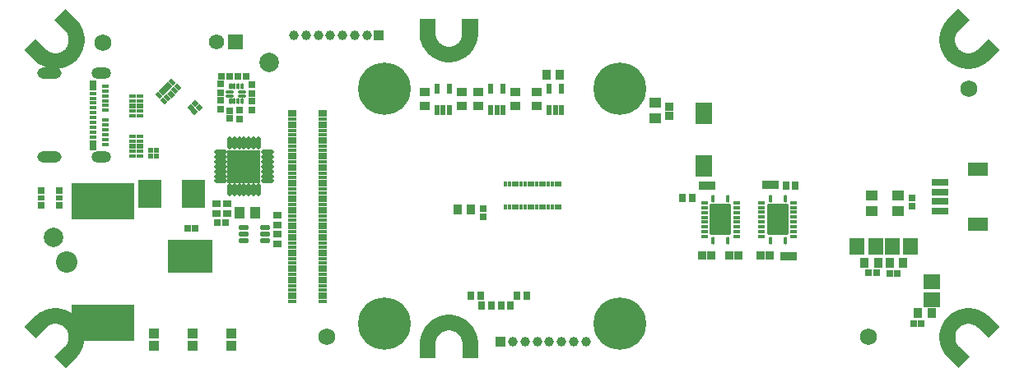
<source format=gbs>
G04*
G04 #@! TF.GenerationSoftware,Altium Limited,Altium Designer,20.0.13 (296)*
G04*
G04 Layer_Color=16711935*
%FSLAX44Y44*%
%MOMM*%
G71*
G01*
G75*
%ADD51R,1.1032X1.2032*%
%ADD52R,0.7532X0.6532*%
%ADD53R,0.6532X0.7532*%
%ADD55R,0.7232X0.7232*%
%ADD58R,0.8532X0.7532*%
%ADD59R,1.2032X1.1032*%
%ADD60R,0.8232X0.8232*%
%ADD62R,0.7532X0.8532*%
%ADD63R,0.8232X0.8232*%
%ADD73R,0.9032X1.1032*%
%ADD74R,0.7232X0.7232*%
%ADD75R,1.1032X0.9032*%
%ADD79C,2.0000*%
%ADD80R,1.5032X1.7032*%
%ADD81R,1.7032X1.5032*%
%ADD88C,2.2032*%
%ADD90C,1.7272*%
%ADD91O,2.0000X1.2000*%
%ADD92O,2.5000X1.2000*%
%ADD93C,1.0032*%
%ADD94R,1.0032X1.0032*%
%ADD95R,1.5712X1.5712*%
%ADD96C,1.5712*%
%ADD97C,0.7112*%
%ADD157R,6.4032X3.7032*%
%ADD158R,4.6032X3.5032*%
%ADD159R,0.5632X0.5232*%
%ADD160R,0.5232X0.5632*%
G04:AMPARAMS|DCode=161|XSize=0.5232mm|YSize=0.5632mm|CornerRadius=0mm|HoleSize=0mm|Usage=FLASHONLY|Rotation=225.000|XOffset=0mm|YOffset=0mm|HoleType=Round|Shape=Rectangle|*
%AMROTATEDRECTD161*
4,1,4,-0.0141,0.3841,0.3841,-0.0141,0.0141,-0.3841,-0.3841,0.0141,-0.0141,0.3841,0.0*
%
%ADD161ROTATEDRECTD161*%

%ADD162R,0.5000X1.0000*%
%ADD163R,0.9032X0.3832*%
%ADD164R,0.7520X0.7520*%
%ADD165R,0.7520X0.5520*%
%ADD166O,1.3532X0.5032*%
%ADD167O,0.5032X1.3532*%
%ADD168R,3.3532X3.3532*%
G04:AMPARAMS|DCode=169|XSize=0.38mm|YSize=0.74mm|CornerRadius=0.13mm|HoleSize=0mm|Usage=FLASHONLY|Rotation=270.000|XOffset=0mm|YOffset=0mm|HoleType=Round|Shape=RoundedRectangle|*
%AMROUNDEDRECTD169*
21,1,0.3800,0.4800,0,0,270.0*
21,1,0.1200,0.7400,0,0,270.0*
1,1,0.2600,-0.2400,-0.0600*
1,1,0.2600,-0.2400,0.0600*
1,1,0.2600,0.2400,0.0600*
1,1,0.2600,0.2400,-0.0600*
%
%ADD169ROUNDEDRECTD169*%
G04:AMPARAMS|DCode=170|XSize=0.39mm|YSize=0.79mm|CornerRadius=0.1325mm|HoleSize=0mm|Usage=FLASHONLY|Rotation=180.000|XOffset=0mm|YOffset=0mm|HoleType=Round|Shape=RoundedRectangle|*
%AMROUNDEDRECTD170*
21,1,0.3900,0.5250,0,0,180.0*
21,1,0.1250,0.7900,0,0,180.0*
1,1,0.2650,-0.0625,0.2625*
1,1,0.2650,0.0625,0.2625*
1,1,0.2650,0.0625,-0.2625*
1,1,0.2650,-0.0625,-0.2625*
%
%ADD170ROUNDEDRECTD170*%
G04:AMPARAMS|DCode=171|XSize=2.19mm|YSize=3.19mm|CornerRadius=0.1213mm|HoleSize=0mm|Usage=FLASHONLY|Rotation=0.000|XOffset=0mm|YOffset=0mm|HoleType=Round|Shape=RoundedRectangle|*
%AMROUNDEDRECTD171*
21,1,2.1900,2.9475,0,0,0.0*
21,1,1.9475,3.1900,0,0,0.0*
1,1,0.2425,0.9738,-1.4738*
1,1,0.2425,-0.9738,-1.4738*
1,1,0.2425,-0.9738,1.4738*
1,1,0.2425,0.9738,1.4738*
%
%ADD171ROUNDEDRECTD171*%
%ADD172R,0.6500X0.4000*%
%ADD173R,0.6500X0.5000*%
%ADD174R,1.7532X0.8032*%
%ADD175R,2.0032X1.4032*%
G04:AMPARAMS|DCode=176|XSize=0.552mm|YSize=1.052mm|CornerRadius=0.176mm|HoleSize=0mm|Usage=FLASHONLY|Rotation=270.000|XOffset=0mm|YOffset=0mm|HoleType=Round|Shape=RoundedRectangle|*
%AMROUNDEDRECTD176*
21,1,0.5520,0.7000,0,0,270.0*
21,1,0.2000,1.0520,0,0,270.0*
1,1,0.3520,-0.3500,-0.1000*
1,1,0.3520,-0.3500,0.1000*
1,1,0.3520,0.3500,0.1000*
1,1,0.3520,0.3500,-0.1000*
%
%ADD176ROUNDEDRECTD176*%
%ADD177R,2.3622X2.9462*%
%ADD178R,0.8000X1.1000*%
%ADD179R,0.8000X0.4000*%
%ADD180R,1.7032X2.2032*%
G04:AMPARAMS|DCode=181|XSize=0.4mm|YSize=0.65mm|CornerRadius=0mm|HoleSize=0mm|Usage=FLASHONLY|Rotation=45.000|XOffset=0mm|YOffset=0mm|HoleType=Round|Shape=Rectangle|*
%AMROTATEDRECTD181*
4,1,4,0.0884,-0.3712,-0.3712,0.0884,-0.0884,0.3712,0.3712,-0.0884,0.0884,-0.3712,0.0*
%
%ADD181ROTATEDRECTD181*%

G04:AMPARAMS|DCode=182|XSize=0.5mm|YSize=0.65mm|CornerRadius=0mm|HoleSize=0mm|Usage=FLASHONLY|Rotation=45.000|XOffset=0mm|YOffset=0mm|HoleType=Round|Shape=Rectangle|*
%AMROTATEDRECTD182*
4,1,4,0.0530,-0.4066,-0.4066,0.0530,-0.0530,0.4066,0.4066,-0.0530,0.0530,-0.4066,0.0*
%
%ADD182ROTATEDRECTD182*%

G04:AMPARAMS|DCode=183|XSize=0.3mm|YSize=0.8mm|CornerRadius=0.1mm|HoleSize=0mm|Usage=FLASHONLY|Rotation=270.000|XOffset=0mm|YOffset=0mm|HoleType=Round|Shape=RoundedRectangle|*
%AMROUNDEDRECTD183*
21,1,0.3000,0.6000,0,0,270.0*
21,1,0.1000,0.8000,0,0,270.0*
1,1,0.2000,-0.3000,-0.0500*
1,1,0.2000,-0.3000,0.0500*
1,1,0.2000,0.3000,0.0500*
1,1,0.2000,0.3000,-0.0500*
%
%ADD183ROUNDEDRECTD183*%
G04:AMPARAMS|DCode=184|XSize=0.3mm|YSize=0.6mm|CornerRadius=0.1mm|HoleSize=0mm|Usage=FLASHONLY|Rotation=180.000|XOffset=0mm|YOffset=0mm|HoleType=Round|Shape=RoundedRectangle|*
%AMROUNDEDRECTD184*
21,1,0.3000,0.4000,0,0,180.0*
21,1,0.1000,0.6000,0,0,180.0*
1,1,0.2000,-0.0500,0.2000*
1,1,0.2000,0.0500,0.2000*
1,1,0.2000,0.0500,-0.2000*
1,1,0.2000,-0.0500,-0.2000*
%
%ADD184ROUNDEDRECTD184*%
%ADD185R,0.3200X0.6000*%
%ADD186C,5.4000*%
%ADD187O,0.6096X0.6092*%
G36*
X-56336Y54886D02*
Y52922D01*
X-56848Y49027D01*
X-57865Y45232D01*
X-59369Y41602D01*
X-61333Y38199D01*
X-63725Y35082D01*
X-66503Y32304D01*
X-69620Y29912D01*
X-73023Y27948D01*
X-76653Y26444D01*
X-80448Y25427D01*
X-84343Y24914D01*
X-86307D01*
X-86363Y24914D01*
X-88328D01*
X-92223Y25427D01*
X-96018Y26444D01*
X-99648Y27948D01*
X-103051Y29912D01*
X-106168Y32304D01*
X-108946Y35082D01*
X-111338Y38199D01*
X-113302Y41602D01*
X-114806Y45231D01*
X-115823Y49027D01*
X-116335Y52922D01*
Y54886D01*
Y69914D01*
X-100086D01*
X-100085Y54914D01*
X-100019Y53567D01*
X-99494Y50923D01*
X-98462Y48433D01*
X-96964Y46192D01*
X-95058Y44285D01*
X-92817Y42788D01*
X-90327Y41757D01*
X-87683Y41231D01*
X-86336Y41164D01*
X-86335D01*
X-84988Y41231D01*
X-82344Y41757D01*
X-79854Y42788D01*
X-77613Y44285D01*
X-75707Y46192D01*
X-74209Y48433D01*
X-73178Y50923D01*
X-72652Y53567D01*
X-72586Y54914D01*
X-72586Y69914D01*
X-56336D01*
X-56336Y54886D01*
D02*
G37*
G36*
X-469855Y69445D02*
X-468466Y68056D01*
X-466074Y64939D01*
X-464109Y61537D01*
X-462606Y57907D01*
X-461589Y54112D01*
X-461076Y50216D01*
Y46287D01*
X-461589Y42392D01*
X-462606Y38597D01*
X-464109Y34967D01*
X-466074Y31565D01*
X-468466Y28448D01*
X-469855Y27058D01*
X-469894Y27019D01*
Y27019D01*
X-471283Y25630D01*
X-474400Y23238D01*
X-477803Y21274D01*
X-481433Y19770D01*
X-485228Y18753D01*
X-489123Y18240D01*
X-493052D01*
X-496948Y18753D01*
X-500743Y19770D01*
X-504372Y21274D01*
X-507775Y23238D01*
X-510892Y25630D01*
X-512281Y27019D01*
X-522908Y37645D01*
X-511417Y49136D01*
X-500811Y38529D01*
X-500811Y38529D01*
X-499811Y37623D01*
X-497570Y36126D01*
X-495079Y35094D01*
X-492436Y34568D01*
X-489740D01*
X-487096Y35094D01*
X-484606Y36126D01*
X-482365Y37623D01*
X-481365Y38529D01*
X-481365Y38529D01*
Y38529D01*
X-480459Y39529D01*
X-478961Y41770D01*
X-477930Y44261D01*
X-477404Y46904D01*
Y49600D01*
X-477930Y52243D01*
X-478961Y54734D01*
X-480459Y56975D01*
X-481365Y57975D01*
X-491972Y68581D01*
X-480481Y80072D01*
X-469855Y69445D01*
D02*
G37*
G36*
X449050Y68581D02*
X438444Y57975D01*
X437538Y56975D01*
X436040Y54734D01*
X435009Y52243D01*
X434483Y49600D01*
Y46904D01*
X435009Y44261D01*
X436040Y41770D01*
X437538Y39529D01*
X438444Y38529D01*
X438444Y38529D01*
X438444Y38529D01*
X439444Y37623D01*
X441685Y36126D01*
X444175Y35094D01*
X446819Y34568D01*
X449514D01*
X452158Y35094D01*
X454648Y36126D01*
X456889Y37623D01*
X457889Y38529D01*
Y38529D01*
X468496Y49136D01*
X479986Y37645D01*
X469360Y27019D01*
X467971Y25630D01*
X464854Y23238D01*
X461451Y21274D01*
X457821Y19770D01*
X454026Y18753D01*
X450131Y18240D01*
X446202D01*
X442307Y18753D01*
X438512Y19770D01*
X434882Y21274D01*
X431479Y23238D01*
X428362Y25630D01*
X426973Y27019D01*
X426973Y27019D01*
X426934Y27059D01*
X425544Y28448D01*
X423153Y31565D01*
X421188Y34967D01*
X419685Y38597D01*
X418668Y42392D01*
X418155Y46287D01*
Y50216D01*
X418668Y54112D01*
X419685Y57907D01*
X421188Y61537D01*
X423153Y64939D01*
X425544Y68056D01*
X426934Y69445D01*
X426934D01*
X437560Y80072D01*
X449050Y68581D01*
D02*
G37*
G36*
X454112Y-228668D02*
X457907Y-229685D01*
X461537Y-231188D01*
X464939Y-233153D01*
X468056Y-235544D01*
X469445Y-236933D01*
X480072Y-247560D01*
X468581Y-259050D01*
X457975Y-248444D01*
X456975Y-247538D01*
X454734Y-246040D01*
X452243Y-245009D01*
X449600Y-244483D01*
X446904D01*
X444261Y-245009D01*
X441770Y-246040D01*
X439529Y-247538D01*
X438529Y-248444D01*
X438529D01*
X438529Y-248444D01*
X437623Y-249444D01*
X436126Y-251685D01*
X435094Y-254175D01*
X434568Y-256819D01*
Y-259514D01*
X435094Y-262158D01*
X436126Y-264648D01*
X437623Y-266889D01*
X438529Y-267889D01*
X438529Y-267889D01*
X449136Y-278496D01*
X437645Y-289986D01*
X427019Y-279360D01*
X425630Y-277971D01*
X423238Y-274854D01*
X421274Y-271451D01*
X419770Y-267821D01*
X418753Y-264026D01*
X418240Y-260131D01*
Y-256202D01*
X418753Y-252307D01*
X419770Y-248512D01*
X421274Y-244882D01*
X423238Y-241479D01*
X425630Y-238362D01*
X427019Y-236973D01*
X427019D01*
X427059Y-236933D01*
X428448Y-235544D01*
X431565Y-233153D01*
X434967Y-231188D01*
X438597Y-229685D01*
X442392Y-228668D01*
X446288Y-228155D01*
X450216D01*
X454112Y-228668D01*
D02*
G37*
G36*
X-485228Y-228753D02*
X-481433Y-229770D01*
X-477803Y-231274D01*
X-474400Y-233238D01*
X-471283Y-235630D01*
X-469894Y-237019D01*
X-469855Y-237059D01*
X-468466Y-238448D01*
X-466074Y-241565D01*
X-464109Y-244967D01*
X-462606Y-248597D01*
X-461589Y-252392D01*
X-461076Y-256287D01*
Y-260217D01*
X-461589Y-264112D01*
X-462606Y-267907D01*
X-464109Y-271537D01*
X-466074Y-274939D01*
X-468466Y-278056D01*
X-469855Y-279445D01*
Y-279445D01*
X-480481Y-290072D01*
X-491972Y-278581D01*
X-481365Y-267975D01*
X-480459Y-266975D01*
X-478961Y-264734D01*
X-477930Y-262243D01*
X-477404Y-259600D01*
Y-256904D01*
X-477930Y-254261D01*
X-478961Y-251770D01*
X-480459Y-249529D01*
X-481365Y-248529D01*
X-481365Y-248529D01*
X-482365Y-247623D01*
X-484606Y-246126D01*
X-487096Y-245094D01*
X-489740Y-244568D01*
X-492436D01*
X-495079Y-245094D01*
X-497570Y-246126D01*
X-499811Y-247623D01*
X-500811Y-248529D01*
X-500811D01*
X-511417Y-259136D01*
X-522908Y-247645D01*
X-512281Y-237019D01*
X-510892Y-235630D01*
X-507775Y-233238D01*
X-504372Y-231274D01*
X-500743Y-229770D01*
X-496948Y-228753D01*
X-493052Y-228240D01*
X-489123D01*
X-485228Y-228753D01*
D02*
G37*
G36*
X-86222Y-235000D02*
X-84257D01*
X-80362Y-235513D01*
X-76567Y-236530D01*
X-72937Y-238033D01*
X-69535Y-239998D01*
X-66418Y-242390D01*
X-63639Y-245168D01*
X-61248Y-248285D01*
X-59283Y-251687D01*
X-57780Y-255317D01*
X-56763Y-259112D01*
X-56250Y-263008D01*
Y-264972D01*
X-56250Y-280000D01*
X-72500D01*
X-72500Y-265000D01*
X-72566Y-263652D01*
X-73092Y-261009D01*
X-74124Y-258518D01*
X-75621Y-256277D01*
X-77527Y-254371D01*
X-79768Y-252874D01*
X-82259Y-251842D01*
X-84902Y-251316D01*
X-86250Y-251250D01*
X-86250D01*
X-87598Y-251316D01*
X-90241Y-251842D01*
X-92732Y-252874D01*
X-94973Y-254371D01*
X-96879Y-256277D01*
X-98376Y-258518D01*
X-99408Y-261009D01*
X-99934Y-263652D01*
X-100000Y-265000D01*
X-100000Y-280000D01*
X-116250D01*
Y-264972D01*
Y-263008D01*
X-115737Y-259112D01*
X-114720Y-255317D01*
X-113217Y-251687D01*
X-111252Y-248285D01*
X-108861Y-245168D01*
X-106082Y-242390D01*
X-102965Y-239998D01*
X-99563Y-238033D01*
X-95933Y-236530D01*
X-92138Y-235513D01*
X-88243Y-235000D01*
X-86278D01*
X-86222Y-235000D01*
D02*
G37*
D51*
X-285519Y-129582D02*
D03*
X-301519D02*
D03*
D52*
X-302000Y-33500D02*
D03*
Y-24500D02*
D03*
X390028Y-123486D02*
D03*
Y-114486D02*
D03*
X-288958Y-24079D02*
D03*
Y-15079D02*
D03*
X-288882Y1717D02*
D03*
Y-7283D02*
D03*
X-321211Y-14007D02*
D03*
Y-23007D02*
D03*
X-321150Y-6234D02*
D03*
Y2766D02*
D03*
D53*
X-324618Y-140167D02*
D03*
X-315618D02*
D03*
X-294602Y10782D02*
D03*
X-303602D02*
D03*
X-320466D02*
D03*
X-311466D02*
D03*
D55*
X-51000Y-126000D02*
D03*
Y-134000D02*
D03*
X-312000Y-33000D02*
D03*
Y-25000D02*
D03*
D58*
X-314705Y-120435D02*
D03*
Y-130435D02*
D03*
X-325514Y-130501D02*
D03*
Y-120501D02*
D03*
X-262992Y-142509D02*
D03*
Y-132509D02*
D03*
X-263058Y-162292D02*
D03*
Y-152292D02*
D03*
D59*
X348999Y-111886D02*
D03*
Y-127886D02*
D03*
X375697Y-111886D02*
D03*
Y-127886D02*
D03*
X125711Y-16466D02*
D03*
Y-32466D02*
D03*
D60*
X139978Y-20748D02*
D03*
Y-29748D02*
D03*
D62*
X270199Y-101740D02*
D03*
X260199D02*
D03*
X-16062Y-215785D02*
D03*
X-6061D02*
D03*
X-53334Y-215322D02*
D03*
X-63334D02*
D03*
X-32773Y-225826D02*
D03*
X-22773D02*
D03*
X-42519Y-225893D02*
D03*
X-52519D02*
D03*
X154270Y-114932D02*
D03*
X164270D02*
D03*
D63*
X234523Y-174232D02*
D03*
X243523D02*
D03*
X267581Y-174740D02*
D03*
X258581D02*
D03*
X239938Y-101578D02*
D03*
X248938D02*
D03*
X183865Y-101720D02*
D03*
X174865D02*
D03*
X174459Y-174232D02*
D03*
X183459D02*
D03*
X211500Y-174232D02*
D03*
X202500D02*
D03*
D73*
X14000Y12000D02*
D03*
X28000D02*
D03*
X-77530Y-126334D02*
D03*
X-63530D02*
D03*
X367031Y-181611D02*
D03*
X381031D02*
D03*
X396449Y-233577D02*
D03*
X410449D02*
D03*
X354998Y-181546D02*
D03*
X340998D02*
D03*
D74*
X353413Y-192005D02*
D03*
X345413D02*
D03*
X391436Y-243991D02*
D03*
X399436D02*
D03*
X367076Y-192295D02*
D03*
X375076D02*
D03*
X-347227Y-146466D02*
D03*
X-355227D02*
D03*
D75*
X3838Y-5769D02*
D03*
Y-19769D02*
D03*
X-111176Y-5769D02*
D03*
Y-19769D02*
D03*
X-72674D02*
D03*
Y-5769D02*
D03*
X-17716Y-19769D02*
D03*
Y-5769D02*
D03*
X-56192D02*
D03*
Y-19769D02*
D03*
D79*
X-271208Y24629D02*
D03*
X-492887Y-155082D02*
D03*
D80*
X333521Y-164539D02*
D03*
X352521D02*
D03*
X388393Y-164459D02*
D03*
X369393D02*
D03*
D81*
X410379Y-200797D02*
D03*
Y-219797D02*
D03*
D88*
X-479750Y-181000D02*
D03*
D90*
X-212234Y-257871D02*
D03*
X448395Y-2575D02*
D03*
X-441871Y45171D02*
D03*
X345025Y-257871D02*
D03*
D91*
X-443778Y13745D02*
D03*
Y-72655D02*
D03*
D92*
X-497378Y13745D02*
D03*
Y-72655D02*
D03*
D93*
X54500Y-263000D02*
D03*
X29500D02*
D03*
X42000D02*
D03*
X-20500D02*
D03*
X-8000D02*
D03*
X17000D02*
D03*
X4500D02*
D03*
X-245738Y53165D02*
D03*
X-233238D02*
D03*
X-220738D02*
D03*
X-208238D02*
D03*
X-195738D02*
D03*
X-183238D02*
D03*
X-170738D02*
D03*
D94*
X-390000Y-254322D02*
D03*
Y-266822D02*
D03*
X-350000Y-254322D02*
D03*
Y-266822D02*
D03*
X-310000Y-254322D02*
D03*
Y-266822D02*
D03*
X-33000Y-263000D02*
D03*
X-158238Y53165D02*
D03*
D95*
X-305501Y46495D02*
D03*
D96*
X-325501D02*
D03*
D97*
X-137928Y-17172D02*
D03*
X-167272Y12172D02*
D03*
Y-17172D02*
D03*
X-137928Y12172D02*
D03*
X104073D02*
D03*
X74728Y-17172D02*
D03*
Y12172D02*
D03*
X104073Y-17172D02*
D03*
Y-229828D02*
D03*
X74728Y-259172D02*
D03*
Y-229828D02*
D03*
X104073Y-259172D02*
D03*
X-137928Y-229828D02*
D03*
X-167272Y-259172D02*
D03*
Y-229828D02*
D03*
X-137928Y-259172D02*
D03*
D157*
X-441750Y-243500D02*
D03*
Y-118500D02*
D03*
D158*
X-352250Y-174500D02*
D03*
D159*
X-392800Y-71689D02*
D03*
X-387200D02*
D03*
Y-66000D02*
D03*
D160*
X-392800D02*
D03*
D161*
X-347421Y-17375D02*
D03*
X-343461Y-21334D02*
D03*
X-351821Y-21777D02*
D03*
X-347862Y-25736D02*
D03*
D162*
X23181Y-23848D02*
D03*
X29681D02*
D03*
Y-1848D02*
D03*
X16681Y-23848D02*
D03*
Y-1848D02*
D03*
X-92151Y-23848D02*
D03*
X-85651D02*
D03*
Y-1848D02*
D03*
X-98651Y-23848D02*
D03*
Y-1848D02*
D03*
X-43274D02*
D03*
Y-23848D02*
D03*
X-30275Y-1848D02*
D03*
Y-23848D02*
D03*
X-36775D02*
D03*
D163*
X-247000Y-25500D02*
D03*
Y-29500D02*
D03*
Y-33500D02*
D03*
Y-37500D02*
D03*
Y-41500D02*
D03*
Y-45500D02*
D03*
Y-49500D02*
D03*
Y-53500D02*
D03*
Y-57500D02*
D03*
Y-61500D02*
D03*
Y-65500D02*
D03*
Y-69500D02*
D03*
Y-73500D02*
D03*
Y-77500D02*
D03*
Y-81500D02*
D03*
Y-85500D02*
D03*
Y-89500D02*
D03*
Y-93500D02*
D03*
Y-97500D02*
D03*
Y-101500D02*
D03*
Y-105500D02*
D03*
Y-109500D02*
D03*
Y-113500D02*
D03*
Y-117500D02*
D03*
Y-121500D02*
D03*
Y-125500D02*
D03*
Y-129500D02*
D03*
Y-133500D02*
D03*
Y-137500D02*
D03*
Y-141500D02*
D03*
Y-145500D02*
D03*
Y-149500D02*
D03*
Y-153500D02*
D03*
Y-157500D02*
D03*
Y-161500D02*
D03*
Y-165500D02*
D03*
Y-169500D02*
D03*
Y-173500D02*
D03*
Y-177500D02*
D03*
Y-181500D02*
D03*
Y-185500D02*
D03*
Y-189500D02*
D03*
Y-193500D02*
D03*
Y-197500D02*
D03*
Y-201500D02*
D03*
Y-205500D02*
D03*
Y-209500D02*
D03*
Y-213500D02*
D03*
Y-217500D02*
D03*
Y-221500D02*
D03*
X-216200Y-25500D02*
D03*
Y-29500D02*
D03*
Y-33500D02*
D03*
Y-37500D02*
D03*
Y-41500D02*
D03*
Y-45500D02*
D03*
Y-49500D02*
D03*
Y-53500D02*
D03*
Y-57500D02*
D03*
Y-61500D02*
D03*
Y-65500D02*
D03*
Y-69500D02*
D03*
Y-73500D02*
D03*
Y-77500D02*
D03*
Y-81500D02*
D03*
Y-85500D02*
D03*
Y-89500D02*
D03*
Y-93500D02*
D03*
Y-97500D02*
D03*
Y-101500D02*
D03*
Y-105500D02*
D03*
Y-109500D02*
D03*
Y-113500D02*
D03*
Y-117500D02*
D03*
Y-121500D02*
D03*
Y-125500D02*
D03*
Y-129500D02*
D03*
Y-133500D02*
D03*
Y-137500D02*
D03*
Y-141500D02*
D03*
Y-145500D02*
D03*
Y-149500D02*
D03*
Y-153500D02*
D03*
Y-157500D02*
D03*
Y-161500D02*
D03*
Y-165500D02*
D03*
Y-169500D02*
D03*
Y-173500D02*
D03*
Y-177500D02*
D03*
Y-181500D02*
D03*
Y-185500D02*
D03*
Y-189500D02*
D03*
Y-193500D02*
D03*
Y-197500D02*
D03*
Y-201500D02*
D03*
Y-205500D02*
D03*
Y-209500D02*
D03*
Y-213500D02*
D03*
Y-217500D02*
D03*
Y-221500D02*
D03*
D164*
X-487381Y-122426D02*
D03*
Y-107426D02*
D03*
X-505381D02*
D03*
Y-122426D02*
D03*
D165*
X-487381Y-114926D02*
D03*
X-505381D02*
D03*
D166*
X-272972Y-97357D02*
D03*
Y-92357D02*
D03*
Y-87357D02*
D03*
Y-82357D02*
D03*
Y-77357D02*
D03*
Y-72357D02*
D03*
Y-67357D02*
D03*
X-320971D02*
D03*
Y-72357D02*
D03*
Y-77357D02*
D03*
Y-82357D02*
D03*
Y-87357D02*
D03*
Y-92357D02*
D03*
Y-97357D02*
D03*
D167*
X-281972Y-58357D02*
D03*
X-286972D02*
D03*
X-291972D02*
D03*
X-296972D02*
D03*
X-301972D02*
D03*
X-306971D02*
D03*
X-311972D02*
D03*
Y-106357D02*
D03*
X-306971D02*
D03*
X-301972D02*
D03*
X-296972D02*
D03*
X-291972D02*
D03*
X-286972D02*
D03*
X-281972D02*
D03*
D168*
X-296972Y-82357D02*
D03*
D169*
X268435Y-154509D02*
D03*
X235435Y-119509D02*
D03*
X268435Y-149509D02*
D03*
Y-144509D02*
D03*
Y-139509D02*
D03*
Y-134509D02*
D03*
Y-129509D02*
D03*
Y-124509D02*
D03*
Y-119509D02*
D03*
X235435Y-124509D02*
D03*
Y-129509D02*
D03*
Y-134509D02*
D03*
Y-139509D02*
D03*
Y-144509D02*
D03*
Y-149509D02*
D03*
Y-154509D02*
D03*
X209632Y-154659D02*
D03*
X176632Y-119660D02*
D03*
X209632Y-149660D02*
D03*
Y-144660D02*
D03*
Y-139660D02*
D03*
Y-134659D02*
D03*
Y-129660D02*
D03*
Y-124660D02*
D03*
Y-119660D02*
D03*
X176632Y-124659D02*
D03*
Y-129659D02*
D03*
Y-134659D02*
D03*
Y-139659D02*
D03*
Y-144659D02*
D03*
Y-149659D02*
D03*
Y-154659D02*
D03*
D170*
X244435Y-115509D02*
D03*
X259435D02*
D03*
X244435Y-158509D02*
D03*
X259435D02*
D03*
X185632Y-115659D02*
D03*
X200632D02*
D03*
X185632Y-158659D02*
D03*
X200632D02*
D03*
D171*
X251935Y-137009D02*
D03*
X193132Y-137159D02*
D03*
D172*
X-403803Y-29709D02*
D03*
Y-24709D02*
D03*
Y-14709D02*
D03*
Y-9709D02*
D03*
X-411603D02*
D03*
Y-14709D02*
D03*
Y-24709D02*
D03*
Y-29709D02*
D03*
X-403691Y-51319D02*
D03*
Y-56319D02*
D03*
Y-66319D02*
D03*
Y-71319D02*
D03*
X-411491Y-71319D02*
D03*
Y-66319D02*
D03*
Y-56319D02*
D03*
Y-51319D02*
D03*
D173*
X-403803Y-19709D02*
D03*
X-411603D02*
D03*
X-403691Y-61319D02*
D03*
X-411491D02*
D03*
D174*
X419125Y-128500D02*
D03*
Y-118500D02*
D03*
Y-108500D02*
D03*
Y-98500D02*
D03*
D175*
X457875Y-85500D02*
D03*
Y-141500D02*
D03*
D176*
X-297628Y-158398D02*
D03*
Y-151898D02*
D03*
Y-145398D02*
D03*
X-275629D02*
D03*
Y-151898D02*
D03*
Y-158398D02*
D03*
D177*
X-349387Y-110877D02*
D03*
X-393587D02*
D03*
D178*
X-452678Y-60455D02*
D03*
Y1546D02*
D03*
D179*
Y-51954D02*
D03*
Y-46954D02*
D03*
Y-41954D02*
D03*
Y-36955D02*
D03*
Y-31955D02*
D03*
Y-26955D02*
D03*
Y-21955D02*
D03*
Y-16954D02*
D03*
X-439678Y545D02*
D03*
Y-4455D02*
D03*
Y-9455D02*
D03*
Y-14454D02*
D03*
Y-19454D02*
D03*
Y-24455D02*
D03*
Y-34455D02*
D03*
Y-39455D02*
D03*
Y-44454D02*
D03*
Y-49454D02*
D03*
Y-54454D02*
D03*
Y-59454D02*
D03*
X-452678Y-11954D02*
D03*
Y-6955D02*
D03*
D180*
X175509Y-81943D02*
D03*
Y-27943D02*
D03*
D181*
X-384829Y-9313D02*
D03*
X-381293Y-5778D02*
D03*
X-374222Y1293D02*
D03*
X-370687Y4829D02*
D03*
X-365171Y-687D02*
D03*
X-368707Y-4222D02*
D03*
X-375778Y-11293D02*
D03*
X-379313Y-14829D02*
D03*
D182*
X-377758Y-2242D02*
D03*
X-372242Y-7758D02*
D03*
D183*
X-311843Y-9359D02*
D03*
Y-5359D02*
D03*
X-298843D02*
D03*
Y-9359D02*
D03*
D184*
X-311343Y140D02*
D03*
X-307343D02*
D03*
X-303343D02*
D03*
X-299343D02*
D03*
Y-14860D02*
D03*
X-303343D02*
D03*
X-307343D02*
D03*
X-311343D02*
D03*
D185*
X28000Y-124380D02*
D03*
X24000D02*
D03*
X20000D02*
D03*
X16000D02*
D03*
X4000D02*
D03*
X0D02*
D03*
X-4000D02*
D03*
X-8000D02*
D03*
X-12000D02*
D03*
X-16000D02*
D03*
X-20000D02*
D03*
X-24000D02*
D03*
X-28000D02*
D03*
Y-100380D02*
D03*
X-24000D02*
D03*
X-20000D02*
D03*
X-16000D02*
D03*
X-12000D02*
D03*
X-8000D02*
D03*
X-4000D02*
D03*
X0D02*
D03*
X4000D02*
D03*
X8000D02*
D03*
X12000D02*
D03*
X16000D02*
D03*
X20000D02*
D03*
X24000D02*
D03*
X28000D02*
D03*
X12000Y-124380D02*
D03*
X8000D02*
D03*
D186*
X-152600Y-2500D02*
D03*
X89400D02*
D03*
Y-244500D02*
D03*
X-152600D02*
D03*
D187*
X259685Y-137009D02*
D03*
X244185D02*
D03*
X251935Y-124259D02*
D03*
X251935Y-149759D02*
D03*
X200882Y-137159D02*
D03*
X185382D02*
D03*
X193132Y-124409D02*
D03*
X193132Y-149909D02*
D03*
M02*

</source>
